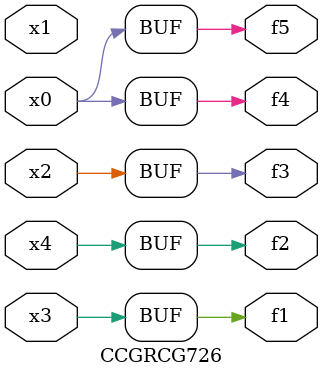
<source format=v>
module CCGRCG726(
	input x0, x1, x2, x3, x4,
	output f1, f2, f3, f4, f5
);
	assign f1 = x3;
	assign f2 = x4;
	assign f3 = x2;
	assign f4 = x0;
	assign f5 = x0;
endmodule

</source>
